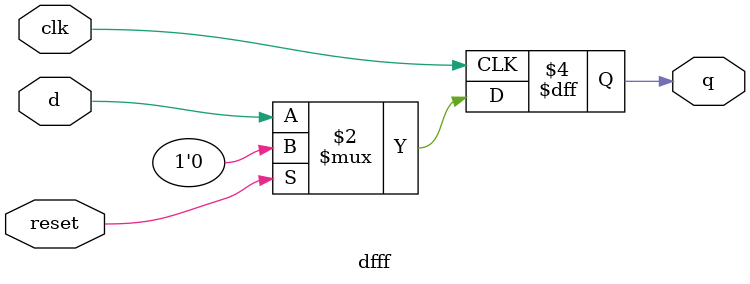
<source format=sv>
module top_module (
    input clk,
    input reset,            // Synchronous reset
    input [7:0] d,
    output [7:0] q
);
    dfff dff1(clk, reset, d[0], q[0]);
    dfff dff2(clk, reset, d[1], q[1]);
    dfff dff3(clk, reset, d[2], q[2]);
    dfff dff4(clk, reset, d[3], q[3]);
    dfff dff5(clk, reset, d[4], q[4]);
    dfff dff6(clk, reset, d[5], q[5]);
    dfff dff7(clk, reset, d[6], q[6]);
    dfff dff8(clk, reset, d[7], q[7]);
   
endmodule
module dfff(input clk, input reset, input d, output q);
    always @(posedge clk) begin
        q<=d;
        if(reset)
            q<=0;
    end
endmodule


</source>
